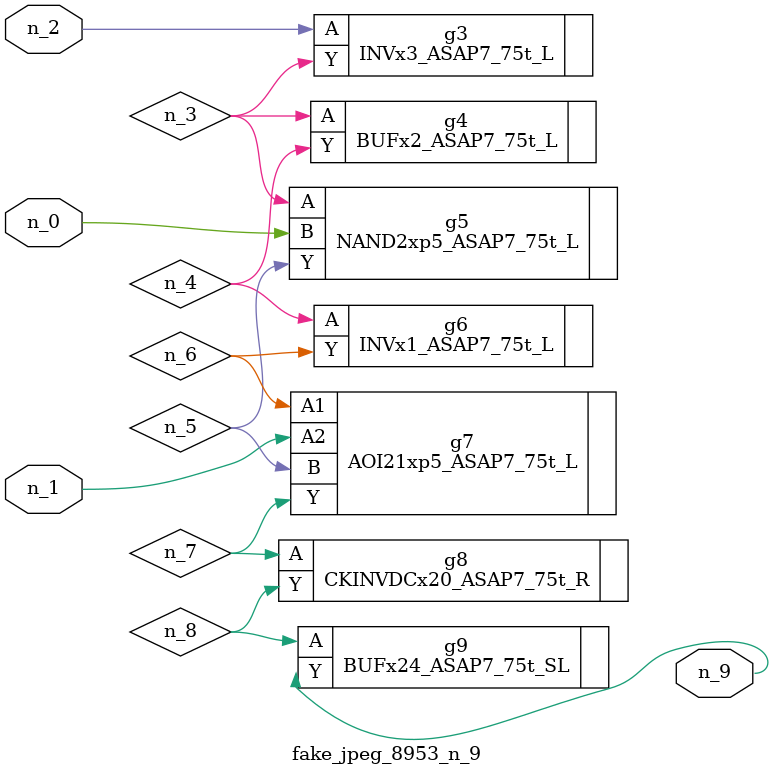
<source format=v>
module fake_jpeg_8953_n_9 (n_0, n_2, n_1, n_9);

input n_0;
input n_2;
input n_1;

output n_9;

wire n_3;
wire n_4;
wire n_8;
wire n_6;
wire n_5;
wire n_7;

INVx3_ASAP7_75t_L g3 ( 
.A(n_2),
.Y(n_3)
);

BUFx2_ASAP7_75t_L g4 ( 
.A(n_3),
.Y(n_4)
);

INVx1_ASAP7_75t_L g6 ( 
.A(n_4),
.Y(n_6)
);

NAND2xp5_ASAP7_75t_L g5 ( 
.A(n_3),
.B(n_0),
.Y(n_5)
);

AOI21xp5_ASAP7_75t_L g7 ( 
.A1(n_6),
.A2(n_1),
.B(n_5),
.Y(n_7)
);

CKINVDCx20_ASAP7_75t_R g8 ( 
.A(n_7),
.Y(n_8)
);

BUFx24_ASAP7_75t_SL g9 ( 
.A(n_8),
.Y(n_9)
);


endmodule
</source>
